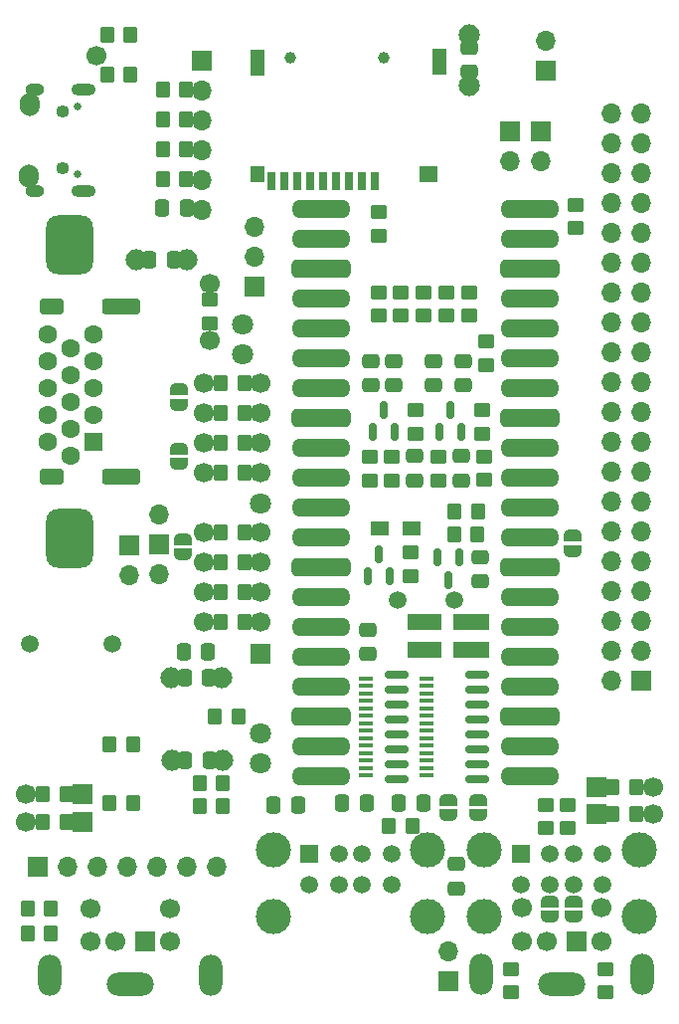
<source format=gbs>
G04 #@! TF.GenerationSoftware,KiCad,Pcbnew,6.0.11-2627ca5db0~126~ubuntu20.04.1*
G04 #@! TF.CreationDate,2024-04-17T12:53:05+05:00*
G04 #@! TF.ProjectId,16RPI24,31365250-4932-4342-9e6b-696361645f70,rev?*
G04 #@! TF.SameCoordinates,Original*
G04 #@! TF.FileFunction,Soldermask,Bot*
G04 #@! TF.FilePolarity,Negative*
%FSLAX46Y46*%
G04 Gerber Fmt 4.6, Leading zero omitted, Abs format (unit mm)*
G04 Created by KiCad (PCBNEW 6.0.11-2627ca5db0~126~ubuntu20.04.1) date 2024-04-17 12:53:05*
%MOMM*%
%LPD*%
G01*
G04 APERTURE LIST*
G04 Aperture macros list*
%AMRoundRect*
0 Rectangle with rounded corners*
0 $1 Rounding radius*
0 $2 $3 $4 $5 $6 $7 $8 $9 X,Y pos of 4 corners*
0 Add a 4 corners polygon primitive as box body*
4,1,4,$2,$3,$4,$5,$6,$7,$8,$9,$2,$3,0*
0 Add four circle primitives for the rounded corners*
1,1,$1+$1,$2,$3*
1,1,$1+$1,$4,$5*
1,1,$1+$1,$6,$7*
1,1,$1+$1,$8,$9*
0 Add four rect primitives between the rounded corners*
20,1,$1+$1,$2,$3,$4,$5,0*
20,1,$1+$1,$4,$5,$6,$7,0*
20,1,$1+$1,$6,$7,$8,$9,0*
20,1,$1+$1,$8,$9,$2,$3,0*%
%AMFreePoly0*
4,1,31,0.278115,0.855951,0.450000,0.779423,0.602218,0.668830,0.728115,0.529007,0.822191,0.366063,0.880333,0.187121,0.900000,0.000000,0.880333,-0.187121,0.822191,-0.366063,0.728115,-0.529007,0.602218,-0.668830,0.450000,-0.779423,0.278115,-0.855951,0.094076,-0.895070,-0.094076,-0.895070,-0.278115,-0.855951,-0.450000,-0.779423,-0.602218,-0.668830,-0.728115,-0.529007,-0.822191,-0.366063,
-0.880333,-0.187121,-0.900000,0.000000,-0.880333,0.187121,-0.822191,0.366063,-0.728115,0.529007,-0.602218,0.668830,-0.450000,0.779423,-0.278115,0.855951,-0.094076,0.895070,0.094076,0.895070,0.278115,0.855951,0.278115,0.855951,$1*%
%AMFreePoly1*
4,1,22,0.500000,-0.750000,0.000000,-0.750000,0.000000,-0.745033,-0.079941,-0.743568,-0.215256,-0.701293,-0.333266,-0.622738,-0.424486,-0.514219,-0.481581,-0.384460,-0.499164,-0.250000,-0.500000,-0.250000,-0.500000,0.250000,-0.499164,0.250000,-0.499963,0.256109,-0.478152,0.396186,-0.417904,0.524511,-0.324060,0.630769,-0.204165,0.706417,-0.067858,0.745374,0.000000,0.744959,0.000000,0.750000,
0.500000,0.750000,0.500000,-0.750000,0.500000,-0.750000,$1*%
%AMFreePoly2*
4,1,20,0.000000,0.744959,0.073905,0.744508,0.209726,0.703889,0.328688,0.626782,0.421226,0.519385,0.479903,0.390333,0.500000,0.250000,0.500000,-0.250000,0.499851,-0.262216,0.476331,-0.402017,0.414519,-0.529596,0.319384,-0.634700,0.198574,-0.708877,0.061801,-0.746166,0.000000,-0.745033,0.000000,-0.750000,-0.500000,-0.750000,-0.500000,0.750000,0.000000,0.750000,0.000000,0.744959,
0.000000,0.744959,$1*%
G04 Aperture macros list end*
%ADD10R,1.500000X1.500000*%
%ADD11C,1.500000*%
%ADD12C,3.000000*%
%ADD13R,1.700000X1.700000*%
%ADD14O,1.700000X1.700000*%
%ADD15RoundRect,0.350000X-1.300000X0.350000X-1.300000X-0.350000X1.300000X-0.350000X1.300000X0.350000X0*%
%ADD16RoundRect,0.350000X-0.700000X0.350000X-0.700000X-0.350000X0.700000X-0.350000X0.700000X0.350000X0*%
%ADD17C,1.700000*%
%ADD18O,2.000000X3.500000*%
%ADD19O,4.000000X2.000000*%
%ADD20C,1.800000*%
%ADD21C,0.650000*%
%ADD22O,1.600000X1.000000*%
%ADD23O,2.100000X1.000000*%
%ADD24O,1.700000X2.000000*%
%ADD25O,1.100000X1.100000*%
%ADD26RoundRect,1.000000X-1.000000X1.500000X-1.000000X-1.500000X1.000000X-1.500000X1.000000X1.500000X0*%
%ADD27R,1.600000X1.600000*%
%ADD28C,1.600000*%
%ADD29O,5.000000X1.600000*%
%ADD30RoundRect,0.400000X-2.100000X-0.400000X2.100000X-0.400000X2.100000X0.400000X-2.100000X0.400000X0*%
%ADD31RoundRect,0.250000X0.450000X-0.350000X0.450000X0.350000X-0.450000X0.350000X-0.450000X-0.350000X0*%
%ADD32RoundRect,0.250000X0.337500X0.475000X-0.337500X0.475000X-0.337500X-0.475000X0.337500X-0.475000X0*%
%ADD33RoundRect,0.250000X-0.350000X-0.450000X0.350000X-0.450000X0.350000X0.450000X-0.350000X0.450000X0*%
%ADD34RoundRect,0.250000X-0.475000X0.337500X-0.475000X-0.337500X0.475000X-0.337500X0.475000X0.337500X0*%
%ADD35RoundRect,0.250000X0.350000X0.450000X-0.350000X0.450000X-0.350000X-0.450000X0.350000X-0.450000X0*%
%ADD36FreePoly0,180.000000*%
%ADD37RoundRect,0.250000X-0.337500X-0.475000X0.337500X-0.475000X0.337500X0.475000X-0.337500X0.475000X0*%
%ADD38FreePoly1,270.000000*%
%ADD39FreePoly2,270.000000*%
%ADD40RoundRect,0.250000X-0.450000X0.350000X-0.450000X-0.350000X0.450000X-0.350000X0.450000X0.350000X0*%
%ADD41FreePoly1,90.000000*%
%ADD42FreePoly2,90.000000*%
%ADD43R,1.200000X0.400000*%
%ADD44C,1.000000*%
%ADD45R,0.700000X1.600000*%
%ADD46R,1.200000X2.200000*%
%ADD47R,1.200000X1.400000*%
%ADD48R,1.600000X1.400000*%
%ADD49FreePoly0,270.000000*%
%ADD50RoundRect,0.150000X0.150000X-0.587500X0.150000X0.587500X-0.150000X0.587500X-0.150000X-0.587500X0*%
%ADD51RoundRect,0.150000X-0.150000X0.587500X-0.150000X-0.587500X0.150000X-0.587500X0.150000X0.587500X0*%
%ADD52RoundRect,0.250000X0.475000X-0.337500X0.475000X0.337500X-0.475000X0.337500X-0.475000X-0.337500X0*%
%ADD53R,3.048000X1.392000*%
%ADD54R,2.921000X1.392000*%
%ADD55R,1.600000X1.200000*%
%ADD56RoundRect,0.150000X0.837500X0.150000X-0.837500X0.150000X-0.837500X-0.150000X0.837500X-0.150000X0*%
G04 APERTURE END LIST*
D10*
X51000000Y-100320000D03*
D11*
X53500000Y-100320000D03*
X55500000Y-100320000D03*
X58000000Y-100320000D03*
X51000000Y-102940000D03*
X53500000Y-102940000D03*
X55500000Y-102940000D03*
X58000000Y-102940000D03*
D12*
X61070000Y-105650000D03*
X47930000Y-99970000D03*
X61070000Y-99970000D03*
X47930000Y-105650000D03*
D13*
X79275000Y-85600000D03*
D14*
X76735000Y-85600000D03*
X79275000Y-83060000D03*
X76735000Y-83060000D03*
X79275000Y-80520000D03*
X76735000Y-80520000D03*
X79275000Y-77980000D03*
X76735000Y-77980000D03*
X79275000Y-75440000D03*
X76735000Y-75440000D03*
X79275000Y-72900000D03*
X76735000Y-72900000D03*
X79275000Y-70360000D03*
X76735000Y-70360000D03*
X79275000Y-67820000D03*
X76735000Y-67820000D03*
X79275000Y-65280000D03*
X76735000Y-65280000D03*
X79275000Y-62740000D03*
X76735000Y-62740000D03*
X79275000Y-60200000D03*
X76735000Y-60200000D03*
X79275000Y-57660000D03*
X76735000Y-57660000D03*
X79275000Y-55120000D03*
X76735000Y-55120000D03*
X79275000Y-52580000D03*
X76735000Y-52580000D03*
X79275000Y-50040000D03*
X76735000Y-50040000D03*
X79275000Y-47500000D03*
X76735000Y-47500000D03*
X79275000Y-44960000D03*
X76735000Y-44960000D03*
X79275000Y-42420000D03*
X76735000Y-42420000D03*
X79275000Y-39880000D03*
X76735000Y-39880000D03*
X79275000Y-37340000D03*
X76735000Y-37340000D03*
D10*
X69000000Y-100320000D03*
D11*
X71500000Y-100320000D03*
X73500000Y-100320000D03*
X76000000Y-100320000D03*
X69000000Y-102940000D03*
X71500000Y-102940000D03*
X73500000Y-102940000D03*
X76000000Y-102940000D03*
D12*
X79070000Y-99970000D03*
X79070000Y-105650000D03*
X65930000Y-99970000D03*
X65930000Y-105650000D03*
D15*
X35000000Y-53750000D03*
D16*
X29040000Y-53750000D03*
X29040000Y-68250000D03*
D15*
X35000000Y-68250000D03*
D11*
X63373000Y-78740000D03*
X58493000Y-78740000D03*
D13*
X37060000Y-107775000D03*
D17*
X34460000Y-107775000D03*
D18*
X42610000Y-110625000D03*
X28910000Y-110625000D03*
D19*
X35760000Y-111425000D03*
D17*
X39160000Y-107775000D03*
X32360000Y-107775000D03*
X39160000Y-104975000D03*
X32360000Y-104975000D03*
D11*
X34225000Y-82500000D03*
X27225000Y-82500000D03*
D13*
X46355000Y-52055000D03*
D14*
X46355000Y-49515000D03*
X46355000Y-46975000D03*
D20*
X46863993Y-70532185D03*
D13*
X46863000Y-83312000D03*
X68115199Y-38851995D03*
D14*
X68115199Y-41391995D03*
D13*
X70739000Y-38832000D03*
D14*
X70739000Y-41372000D03*
D13*
X73800000Y-107735000D03*
D17*
X71200000Y-107735000D03*
X75900000Y-107735000D03*
D18*
X65650000Y-110585000D03*
D19*
X72500000Y-111385000D03*
D18*
X79350000Y-110585000D03*
D17*
X69100000Y-107735000D03*
X75900000Y-104935000D03*
X69100000Y-104935000D03*
D20*
X45339000Y-55240000D03*
X45339000Y-57780000D03*
D13*
X35687000Y-74036000D03*
D14*
X35687000Y-76576000D03*
D13*
X27893220Y-101414607D03*
D14*
X30433220Y-101414607D03*
X32973220Y-101414607D03*
X35513220Y-101414607D03*
X38053220Y-101414607D03*
X40593220Y-101414607D03*
X43133220Y-101414607D03*
D21*
X31265000Y-36710000D03*
X31265000Y-42490000D03*
D22*
X27615000Y-43920000D03*
X27615000Y-35280000D03*
D23*
X31795000Y-43920000D03*
X31795000Y-35280000D03*
D24*
X27157000Y-42648000D03*
D25*
X29976400Y-42013000D03*
X29976400Y-37161600D03*
D24*
X27185000Y-36552000D03*
D13*
X41883562Y-32801695D03*
D14*
X41883562Y-35341695D03*
X41883562Y-37881695D03*
X41883562Y-40421695D03*
X41883562Y-42961695D03*
X41883562Y-45501695D03*
D20*
X46805921Y-90104293D03*
X46805921Y-92644293D03*
D26*
X30600331Y-73485000D03*
X30600331Y-48485000D03*
D27*
X32650331Y-65300000D03*
D28*
X32650331Y-63010000D03*
X32650331Y-60720000D03*
X32650331Y-58430000D03*
X32650331Y-56140000D03*
X30670331Y-66445000D03*
X30670331Y-64155000D03*
X30670331Y-61865000D03*
X30670331Y-59575000D03*
X30670331Y-57285000D03*
X28690331Y-65300000D03*
X28690331Y-63010000D03*
X28690331Y-60720000D03*
X28690331Y-58430000D03*
X28690331Y-56140000D03*
D29*
X52000000Y-45470000D03*
X52000000Y-48010000D03*
D30*
X52000000Y-50550000D03*
D29*
X52000000Y-53090000D03*
X52000000Y-55630000D03*
X52000000Y-58170000D03*
X52000000Y-60710000D03*
D30*
X52000000Y-63250000D03*
D29*
X52000000Y-65790000D03*
X52000000Y-68330000D03*
X52000000Y-70870000D03*
X52000000Y-73410000D03*
D30*
X52000000Y-75950000D03*
D29*
X52000000Y-78490000D03*
X52000000Y-81030000D03*
X52000000Y-83570000D03*
X52000000Y-86110000D03*
D30*
X52000000Y-88650000D03*
D29*
X52000000Y-91190000D03*
X52000000Y-93730000D03*
X69780000Y-93730000D03*
X69780000Y-91190000D03*
D30*
X69780000Y-88650000D03*
D29*
X69780000Y-86110000D03*
X69780000Y-83570000D03*
X69780000Y-81030000D03*
X69780000Y-78490000D03*
D30*
X69780000Y-75950000D03*
D29*
X69780000Y-73410000D03*
X69780000Y-70870000D03*
X69780000Y-68330000D03*
X69780000Y-65790000D03*
D30*
X69780000Y-63250000D03*
D29*
X69780000Y-60710000D03*
X69780000Y-58170000D03*
X69780000Y-55630000D03*
X69780000Y-53090000D03*
D30*
X69780000Y-50550000D03*
D29*
X69780000Y-48010000D03*
X69780000Y-45470000D03*
D13*
X62865000Y-111125000D03*
D14*
X62865000Y-108585000D03*
X38227000Y-76566000D03*
D13*
X38227000Y-74026000D03*
D14*
X38227000Y-71486000D03*
D13*
X71120000Y-33660000D03*
D14*
X71120000Y-31120000D03*
D31*
X58041723Y-68560516D03*
X58041723Y-66560516D03*
D32*
X60727500Y-96012000D03*
X58652500Y-96012000D03*
X40550000Y-45375000D03*
X38475000Y-45375000D03*
D17*
X42037000Y-67925500D03*
D33*
X43450000Y-67925500D03*
X45450000Y-67925500D03*
D17*
X46863000Y-67925500D03*
D31*
X64579971Y-54534598D03*
X64579971Y-52534598D03*
D34*
X61600156Y-58398500D03*
X61600156Y-60473500D03*
D35*
X29000000Y-105000000D03*
X27000000Y-105000000D03*
D33*
X63348989Y-71220002D03*
X65348989Y-71220002D03*
D31*
X60741871Y-54544465D03*
X60741871Y-52544465D03*
D32*
X39461668Y-49740148D03*
D36*
X40557768Y-49740148D03*
D32*
X37386668Y-49740148D03*
D36*
X36239768Y-49740148D03*
D37*
X47984500Y-96139000D03*
X50059500Y-96139000D03*
D31*
X62655988Y-54544465D03*
X62655988Y-52544465D03*
D35*
X43661123Y-94328945D03*
X41661123Y-94328945D03*
D31*
X56141234Y-68564000D03*
X56141234Y-66564000D03*
D33*
X43450000Y-62845500D03*
D17*
X42037000Y-62845500D03*
X46863000Y-62845500D03*
D33*
X45450000Y-62845500D03*
D17*
X32893000Y-32385000D03*
D38*
X73513158Y-104379556D03*
D39*
X73513158Y-105679556D03*
D31*
X66090800Y-58734200D03*
X66090800Y-56734200D03*
D38*
X71501000Y-104379000D03*
D39*
X71501000Y-105679000D03*
D40*
X56896000Y-45736000D03*
X56896000Y-47736000D03*
D32*
X42470870Y-85337426D03*
D36*
X43566970Y-85337426D03*
D32*
X40395870Y-85337426D03*
D36*
X39248970Y-85337426D03*
D35*
X35782000Y-30607000D03*
X33782000Y-30607000D03*
D41*
X40200000Y-74850000D03*
D42*
X40200000Y-73550000D03*
D43*
X61020000Y-85407500D03*
X61020000Y-86042500D03*
X61020000Y-86677500D03*
X61020000Y-87312500D03*
X61020000Y-87947500D03*
X61020000Y-88582500D03*
X61020000Y-89217500D03*
X61020000Y-89852500D03*
X61020000Y-90487500D03*
X61020000Y-91122500D03*
X61020000Y-91757500D03*
X61020000Y-92392500D03*
X61020000Y-93027500D03*
X61020000Y-93662500D03*
X55820000Y-93662500D03*
X55820000Y-93027500D03*
X55820000Y-92392500D03*
X55820000Y-91757500D03*
X55820000Y-91122500D03*
X55820000Y-90487500D03*
X55820000Y-89852500D03*
X55820000Y-89217500D03*
X55820000Y-88582500D03*
X55820000Y-87947500D03*
X55820000Y-87312500D03*
X55820000Y-86677500D03*
X55820000Y-86042500D03*
X55820000Y-85407500D03*
D44*
X57346954Y-32622081D03*
X49346954Y-32622081D03*
D45*
X56546954Y-43122081D03*
X55446954Y-43122081D03*
X54346954Y-43122081D03*
X53246954Y-43122081D03*
X52146954Y-43122081D03*
D46*
X46546954Y-33022081D03*
X62046954Y-32922081D03*
D47*
X46546954Y-42522081D03*
D48*
X61146954Y-42522081D03*
D45*
X51046954Y-43122081D03*
X49946954Y-43122081D03*
X48846954Y-43122081D03*
X47746954Y-43122081D03*
D49*
X64609274Y-30616715D03*
D34*
X64609274Y-31712815D03*
D49*
X64609274Y-34934715D03*
D34*
X64609274Y-33787815D03*
D50*
X63942000Y-64437500D03*
X62042000Y-64437500D03*
X62992000Y-62562500D03*
D51*
X61878746Y-75127388D03*
X63778746Y-75127388D03*
X62828746Y-77002388D03*
D34*
X63948800Y-66489864D03*
X63948800Y-68564864D03*
D33*
X42958000Y-88646000D03*
X44958000Y-88646000D03*
D40*
X60059180Y-62555978D03*
X60059180Y-64555978D03*
D34*
X55968362Y-81241819D03*
X55968362Y-83316819D03*
D38*
X73406000Y-73264000D03*
D39*
X73406000Y-74564000D03*
D50*
X57865109Y-76672994D03*
X55965109Y-76672994D03*
X56915109Y-74797994D03*
D33*
X57801000Y-97917000D03*
X59801000Y-97917000D03*
D40*
X68215000Y-110125000D03*
X68215000Y-112125000D03*
D31*
X56898598Y-54541109D03*
X56898598Y-52541109D03*
D33*
X27000000Y-107100000D03*
X29000000Y-107100000D03*
X76851000Y-96901000D03*
D13*
X75438000Y-96901000D03*
D17*
X80264000Y-96901000D03*
D33*
X78851000Y-96901000D03*
D34*
X56207869Y-58398500D03*
X56207869Y-60473500D03*
D32*
X55901500Y-95984343D03*
X53826500Y-95984343D03*
D34*
X64075555Y-58398500D03*
X64075555Y-60473500D03*
D33*
X43450000Y-60305500D03*
D17*
X42037000Y-60305500D03*
D33*
X45450000Y-60305500D03*
D17*
X46863000Y-60305500D03*
D35*
X40503752Y-37845000D03*
X38503752Y-37845000D03*
X40503752Y-40385000D03*
X38503752Y-40385000D03*
D41*
X62871046Y-97024159D03*
D42*
X62871046Y-95724159D03*
D17*
X42037000Y-73005500D03*
D33*
X43450000Y-73005500D03*
D17*
X46863000Y-73005500D03*
D33*
X45450000Y-73005500D03*
D35*
X40503752Y-42925000D03*
X38503752Y-42925000D03*
D34*
X63490000Y-101197500D03*
X63490000Y-103272500D03*
D36*
X43596809Y-92374968D03*
D32*
X42500709Y-92374968D03*
X40425709Y-92374968D03*
D36*
X39278809Y-92374968D03*
D33*
X63334781Y-73138065D03*
X65334781Y-73138065D03*
D37*
X40318577Y-83107724D03*
X42393577Y-83107724D03*
D17*
X42037000Y-80625500D03*
D33*
X43450000Y-80625500D03*
X45450000Y-80625500D03*
D17*
X46863000Y-80625500D03*
X42545000Y-56615064D03*
D31*
X42545000Y-55202064D03*
D17*
X42545000Y-51789064D03*
D31*
X42545000Y-53202064D03*
X58811000Y-54541109D03*
X58811000Y-52541109D03*
D33*
X33782000Y-34036000D03*
X35782000Y-34036000D03*
X43450000Y-65385500D03*
D17*
X42037000Y-65385500D03*
D33*
X45450000Y-65385500D03*
D17*
X46863000Y-65385500D03*
D31*
X71120000Y-98155000D03*
X71120000Y-96155000D03*
D41*
X39889512Y-62111367D03*
D42*
X39889512Y-60811367D03*
D31*
X76200000Y-112125000D03*
X76200000Y-110125000D03*
D17*
X42037000Y-78085500D03*
D33*
X43450000Y-78085500D03*
X45450000Y-78085500D03*
D17*
X46863000Y-78085500D03*
D40*
X59595770Y-74689984D03*
X59595770Y-76689984D03*
D33*
X34000000Y-96000000D03*
X36000000Y-96000000D03*
D13*
X75438000Y-94615000D03*
D33*
X76851000Y-94615000D03*
D17*
X80264000Y-94615000D03*
D33*
X78851000Y-94615000D03*
D41*
X39889512Y-67150004D03*
D42*
X39889512Y-65850004D03*
D40*
X65701947Y-62553347D03*
X65701947Y-64553347D03*
D33*
X34000000Y-91000000D03*
X36000000Y-91000000D03*
D35*
X30300000Y-95250000D03*
D13*
X31713000Y-95250000D03*
D17*
X26887000Y-95250000D03*
D35*
X28300000Y-95250000D03*
D52*
X65549418Y-77138686D03*
X65549418Y-75063686D03*
D53*
X64784193Y-82986932D03*
D54*
X60783693Y-82986932D03*
X60783693Y-80578932D03*
D53*
X64784193Y-80578932D03*
D33*
X43450000Y-75505500D03*
D17*
X42037000Y-75505500D03*
D33*
X45450000Y-75505500D03*
D17*
X46863000Y-75505500D03*
D31*
X61965275Y-68535584D03*
X61965275Y-66535584D03*
D55*
X59690000Y-72658621D03*
X57023000Y-72658621D03*
D31*
X65926063Y-68515524D03*
X65926063Y-66515524D03*
D13*
X31719854Y-97573448D03*
D35*
X30306854Y-97573448D03*
D17*
X26893854Y-97573448D03*
D35*
X28306854Y-97573448D03*
D56*
X65332500Y-85090000D03*
X65332500Y-86360000D03*
X65332500Y-87630000D03*
X65332500Y-88900000D03*
X65332500Y-90170000D03*
X65332500Y-91440000D03*
X65332500Y-92710000D03*
X65332500Y-93980000D03*
X58407500Y-93980000D03*
X58407500Y-92710000D03*
X58407500Y-91440000D03*
X58407500Y-90170000D03*
X58407500Y-88900000D03*
X58407500Y-87630000D03*
X58407500Y-86360000D03*
X58407500Y-85090000D03*
D35*
X40503752Y-35305000D03*
X38503752Y-35305000D03*
D50*
X58308336Y-64437500D03*
X56408336Y-64437500D03*
X57358336Y-62562500D03*
D31*
X73025000Y-98155000D03*
X73025000Y-96155000D03*
D34*
X58223241Y-58399500D03*
X58223241Y-60474500D03*
X60004588Y-66498084D03*
X60004588Y-68573084D03*
D41*
X65374646Y-97024159D03*
D42*
X65374646Y-95724159D03*
D40*
X73660000Y-45101000D03*
X73660000Y-47101000D03*
D33*
X41665961Y-96281587D03*
X43665961Y-96281587D03*
M02*

</source>
